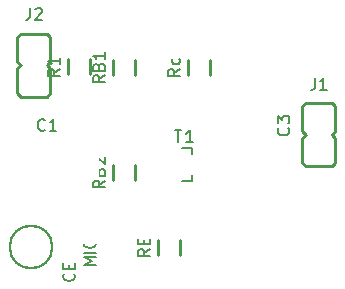
<source format=gbr>
G04 --- HEADER BEGIN --- *
%TF.GenerationSoftware,LibrePCB,LibrePCB,0.1.5*%
%TF.CreationDate,2021-06-20T18:39:02*%
%TF.ProjectId,Project_1 - Project_1,33df2010-fc84-4cad-912d-d0e73ea2b767,v1*%
%TF.Part,Single*%
%FSLAX66Y66*%
%MOMM*%
G01*
G74*
G04 --- HEADER END --- *
G04 --- APERTURE LIST BEGIN --- *
%ADD10C,0.25*%
%ADD11C,3.8X3.4*%
%ADD12C,0.1524*%
%ADD13C,0.2*%
%ADD14R,3.6X2.1*%
%ADD15R,1.8X1.25*%
%ADD16O,2.39X1.787*%
%ADD17R,2.39X1.787*%
%ADD18R,0.7X0.7*%
%ADD19R,1.6X1.2*%
%ADD20R,2.1X3.6*%
G04 --- APERTURE LIST END --- *
G04 --- BOARD BEGIN --- *
D10*
X9235000Y19060000D02*
X9235000Y20310000D01*
X11085000Y19060000D02*
X11085000Y20310000D01*
X15585000Y19060000D02*
X15585000Y20310000D01*
X17435000Y19060000D02*
X17435000Y20310000D01*
X13045000Y3820000D02*
X13045000Y5070000D01*
X14895000Y3820000D02*
X14895000Y5070000D01*
X28065000Y16365000D02*
X28065000Y14240000D01*
X27795000Y13970000D01*
X28065000Y13700000D01*
X28065000Y11575000D01*
X27795000Y11305000D01*
X25545000Y11305000D01*
X25275000Y11575000D01*
X25275000Y13700000D01*
X25545000Y13970000D01*
X25275000Y14240000D01*
X25275000Y16365000D01*
X25545000Y16635000D01*
X27795000Y16635000D01*
X28065000Y16365000D01*
X5435000Y19090000D02*
X5435000Y20340000D01*
X7285000Y19090000D02*
X7285000Y20340000D01*
X9235000Y10170000D02*
X9235000Y11420000D01*
X11085000Y10170000D02*
X11085000Y11420000D01*
D11*
X2275000Y4445000D03*
D10*
X3935000Y22260000D02*
X3935000Y20135000D01*
X3665000Y19865000D01*
X3935000Y19595000D01*
X3935000Y17470000D01*
X3665000Y17200000D01*
X1415000Y17200000D01*
X1145000Y17470000D01*
X1145000Y19595000D01*
X1415000Y19865000D01*
X1145000Y20135000D01*
X1145000Y22260000D01*
X1415000Y22530000D01*
X3665000Y22530000D01*
X3935000Y22260000D01*
D12*
X15900400Y10007600D02*
X15087600Y10007600D01*
X15087600Y12852400D02*
X15900400Y12852400D01*
X15900400Y12852400D02*
X15900400Y12293600D01*
X15900400Y10566400D02*
X15900400Y10007600D01*
D13*
X5936944Y2206389D02*
X5984722Y2158611D01*
X6032500Y2016389D01*
X6032500Y1920833D01*
X5984722Y1777500D01*
X5889167Y1683056D01*
X5794722Y1635278D01*
X5603611Y1587500D01*
X5461389Y1587500D01*
X5270278Y1635278D01*
X5175833Y1683056D01*
X5080278Y1777500D01*
X5032500Y1920833D01*
X5032500Y2016389D01*
X5080278Y2158611D01*
X5128056Y2206389D01*
X5509167Y2606389D02*
X5509167Y2939722D01*
X6032500Y3083056D02*
X6032500Y2606389D01*
X5032500Y2606389D01*
X5032500Y3083056D01*
X8560000Y18999445D02*
X8083333Y18666112D01*
X8560000Y18428334D02*
X7560000Y18428334D01*
X7560000Y18809445D01*
X7607778Y18905001D01*
X7655556Y18951667D01*
X7750000Y18999445D01*
X7893333Y18999445D01*
X7988889Y18951667D01*
X8036667Y18905001D01*
X8083333Y18809445D01*
X8083333Y18428334D01*
X8036667Y19732778D02*
X8083333Y19876112D01*
X8131111Y19922778D01*
X8226667Y19970556D01*
X8370000Y19970556D01*
X8464444Y19922778D01*
X8512222Y19876112D01*
X8560000Y19780556D01*
X8560000Y19399445D01*
X7560000Y19399445D01*
X7560000Y19732778D01*
X7607778Y19828334D01*
X7655556Y19876112D01*
X7750000Y19922778D01*
X7845556Y19922778D01*
X7941111Y19876112D01*
X7988889Y19828334D01*
X8036667Y19732778D01*
X8036667Y19399445D01*
X8560000Y20941667D02*
X8560000Y20370556D01*
X8560000Y20656112D02*
X7560000Y20656112D01*
X7703333Y20560556D01*
X7797778Y20466112D01*
X7845556Y20370556D01*
X14910000Y19532222D02*
X14433333Y19198889D01*
X14910000Y18961111D02*
X13910000Y18961111D01*
X13910000Y19342222D01*
X13957778Y19437778D01*
X14005556Y19484444D01*
X14100000Y19532222D01*
X14243333Y19532222D01*
X14338889Y19484444D01*
X14386667Y19437778D01*
X14433333Y19342222D01*
X14433333Y18961111D01*
X14862222Y20408889D02*
X14910000Y20313333D01*
X14910000Y20122222D01*
X14862222Y20027778D01*
X14814444Y19980000D01*
X14720000Y19932222D01*
X14433333Y19932222D01*
X14338889Y19980000D01*
X14291111Y20027778D01*
X14243333Y20122222D01*
X14243333Y20313333D01*
X14291111Y20408889D01*
X12370000Y4292222D02*
X11893333Y3958889D01*
X12370000Y3721111D02*
X11370000Y3721111D01*
X11370000Y4102222D01*
X11417778Y4197778D01*
X11465556Y4244444D01*
X11560000Y4292222D01*
X11703333Y4292222D01*
X11798889Y4244444D01*
X11846667Y4197778D01*
X11893333Y4102222D01*
X11893333Y3721111D01*
X11846667Y4692222D02*
X11846667Y5025555D01*
X12370000Y5168889D02*
X12370000Y4692222D01*
X11370000Y4692222D01*
X11370000Y5168889D01*
X26375000Y18780000D02*
X26375000Y18065556D01*
X26327222Y17923333D01*
X26231667Y17827778D01*
X26089445Y17780000D01*
X25993889Y17780000D01*
X27346111Y17780000D02*
X26775000Y17780000D01*
X27060556Y17780000D02*
X27060556Y18780000D01*
X26965000Y18636667D01*
X26870556Y18542222D01*
X26775000Y18494444D01*
X4760000Y19515000D02*
X4283333Y19181667D01*
X4760000Y18943889D02*
X3760000Y18943889D01*
X3760000Y19325000D01*
X3807778Y19420556D01*
X3855556Y19467222D01*
X3950000Y19515000D01*
X4093333Y19515000D01*
X4188889Y19467222D01*
X4236667Y19420556D01*
X4283333Y19325000D01*
X4283333Y18943889D01*
X4760000Y20486111D02*
X4760000Y19915000D01*
X4760000Y20200556D02*
X3760000Y20200556D01*
X3903333Y20105000D01*
X3997778Y20010556D01*
X4045556Y19915000D01*
X8560000Y10085556D02*
X8083333Y9752223D01*
X8560000Y9514445D02*
X7560000Y9514445D01*
X7560000Y9895556D01*
X7607778Y9991112D01*
X7655556Y10037778D01*
X7750000Y10085556D01*
X7893333Y10085556D01*
X7988889Y10037778D01*
X8036667Y9991112D01*
X8083333Y9895556D01*
X8083333Y9514445D01*
X8036667Y10818889D02*
X8083333Y10962223D01*
X8131111Y11008889D01*
X8226667Y11056667D01*
X8370000Y11056667D01*
X8464444Y11008889D01*
X8512222Y10962223D01*
X8560000Y10866667D01*
X8560000Y10485556D01*
X7560000Y10485556D01*
X7560000Y10818889D01*
X7607778Y10914445D01*
X7655556Y10962223D01*
X7750000Y11008889D01*
X7845556Y11008889D01*
X7941111Y10962223D01*
X7988889Y10914445D01*
X8036667Y10818889D01*
X8036667Y10485556D01*
X7655556Y11504445D02*
X7607778Y11552223D01*
X7560000Y11646667D01*
X7560000Y11885556D01*
X7607778Y11980000D01*
X7655556Y12027778D01*
X7750000Y12075556D01*
X7845556Y12075556D01*
X7988889Y12027778D01*
X8560000Y11456667D01*
X8560000Y12075556D01*
X7775000Y2916667D02*
X6775000Y2916667D01*
X7489444Y3250000D01*
X6775000Y3583334D01*
X7775000Y3583334D01*
X7775000Y3983334D02*
X6775000Y3983334D01*
X7679444Y5002223D02*
X7727222Y4954445D01*
X7775000Y4812223D01*
X7775000Y4716667D01*
X7727222Y4573334D01*
X7631667Y4478890D01*
X7537222Y4431112D01*
X7346111Y4383334D01*
X7203889Y4383334D01*
X7012778Y4431112D01*
X6918333Y4478890D01*
X6822778Y4573334D01*
X6775000Y4716667D01*
X6775000Y4812223D01*
X6822778Y4954445D01*
X6870556Y5002223D01*
X7775000Y5973334D02*
X7775000Y5402223D01*
X7775000Y5687779D02*
X6775000Y5687779D01*
X6918333Y5592223D01*
X7012778Y5497779D01*
X7060556Y5402223D01*
X2221111Y24675000D02*
X2221111Y23960556D01*
X2173333Y23818333D01*
X2077778Y23722778D01*
X1935556Y23675000D01*
X1840000Y23675000D01*
X2668889Y24579444D02*
X2716667Y24627222D01*
X2811111Y24675000D01*
X3050000Y24675000D01*
X3144444Y24627222D01*
X3192222Y24579444D01*
X3240000Y24485000D01*
X3240000Y24389444D01*
X3192222Y24246111D01*
X2621111Y23675000D01*
X3240000Y23675000D01*
X14468889Y14335000D02*
X15040000Y14335000D01*
X14754445Y13335000D02*
X14754445Y14335000D01*
X16011111Y13335000D02*
X15440000Y13335000D01*
X15725556Y13335000D02*
X15725556Y14335000D01*
X15630000Y14191667D01*
X15535556Y14097222D01*
X15440000Y14049444D01*
X24081944Y14538611D02*
X24129722Y14490833D01*
X24177500Y14348611D01*
X24177500Y14253055D01*
X24129722Y14109722D01*
X24034167Y14015278D01*
X23939722Y13967500D01*
X23748611Y13919722D01*
X23606389Y13919722D01*
X23415278Y13967500D01*
X23320833Y14015278D01*
X23225278Y14109722D01*
X23177500Y14253055D01*
X23177500Y14348611D01*
X23225278Y14490833D01*
X23273056Y14538611D01*
X23177500Y14938611D02*
X23177500Y15557500D01*
X23558611Y15224167D01*
X23558611Y15367500D01*
X23606389Y15461944D01*
X23654167Y15509722D01*
X23748611Y15557500D01*
X23987500Y15557500D01*
X24081944Y15509722D01*
X24129722Y15461944D01*
X24177500Y15367500D01*
X24177500Y15081944D01*
X24129722Y14986389D01*
X24081944Y14938611D01*
X3476389Y14383056D02*
X3428611Y14335278D01*
X3286389Y14287500D01*
X3190833Y14287500D01*
X3047500Y14335278D01*
X2953056Y14430833D01*
X2905278Y14525278D01*
X2857500Y14716389D01*
X2857500Y14858611D01*
X2905278Y15049722D01*
X2953056Y15144167D01*
X3047500Y15239722D01*
X3190833Y15287500D01*
X3286389Y15287500D01*
X3428611Y15239722D01*
X3476389Y15191944D01*
X4447500Y14287500D02*
X3876389Y14287500D01*
X4161945Y14287500D02*
X4161945Y15287500D01*
X4066389Y15144167D01*
X3971945Y15049722D01*
X3876389Y15001944D01*
%LPC*%
D14*
X8255000Y5760000D03*
X8255000Y1860000D03*
D15*
X10160000Y21110000D03*
X10160000Y18260000D03*
X16510000Y21110000D03*
X16510000Y18260000D03*
X13970000Y5870000D03*
X13970000Y3020000D03*
D16*
X26670000Y12700000D03*
D17*
X26670000Y15240000D03*
D15*
X6360000Y21140000D03*
X6360000Y18290000D03*
X10160000Y12220000D03*
X10160000Y9370000D03*
D18*
X3175000Y5345000D03*
X3175000Y3545000D03*
D16*
X2540000Y18595000D03*
D17*
X2540000Y21135000D03*
D19*
X14140000Y10480000D03*
X16340000Y11430000D03*
X14140000Y12380000D03*
D14*
X20955000Y11385000D03*
X20955000Y15285000D03*
D20*
X7030000Y12065000D03*
X3130000Y12065000D03*
G04 --- BOARD END --- *
%TF.MD5,4dc179caed06cecf940ff0d4628fe19c*%
M02*

</source>
